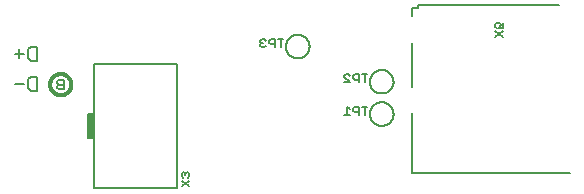
<source format=gbr>
G04 EAGLE Gerber RS-274X export*
G75*
%MOMM*%
%FSLAX34Y34*%
%LPD*%
%INSilkscreen Bottom*%
%IPPOS*%
%AMOC8*
5,1,8,0,0,1.08239X$1,22.5*%
G01*
%ADD10C,0.304800*%
%ADD11C,0.203200*%
%ADD12C,0.127000*%
%ADD13C,0.152400*%

G36*
X78805Y71767D02*
X78805Y71767D01*
X78871Y71769D01*
X78914Y71787D01*
X78961Y71795D01*
X79018Y71829D01*
X79078Y71854D01*
X79113Y71885D01*
X79154Y71910D01*
X79196Y71961D01*
X79244Y72005D01*
X79266Y72047D01*
X79295Y72084D01*
X79316Y72146D01*
X79347Y72205D01*
X79355Y72259D01*
X79367Y72296D01*
X79366Y72336D01*
X79374Y72390D01*
X79374Y92710D01*
X79363Y92775D01*
X79361Y92841D01*
X79343Y92884D01*
X79335Y92931D01*
X79301Y92988D01*
X79276Y93048D01*
X79245Y93083D01*
X79220Y93124D01*
X79169Y93166D01*
X79125Y93214D01*
X79083Y93236D01*
X79046Y93265D01*
X78984Y93286D01*
X78925Y93317D01*
X78871Y93325D01*
X78834Y93337D01*
X78794Y93336D01*
X78740Y93344D01*
X74930Y93344D01*
X74865Y93333D01*
X74799Y93331D01*
X74756Y93313D01*
X74709Y93305D01*
X74652Y93271D01*
X74592Y93246D01*
X74557Y93215D01*
X74516Y93190D01*
X74475Y93139D01*
X74426Y93095D01*
X74404Y93053D01*
X74375Y93016D01*
X74354Y92954D01*
X74323Y92895D01*
X74315Y92841D01*
X74303Y92804D01*
X74303Y92782D01*
X74303Y92780D01*
X74303Y92760D01*
X74296Y92710D01*
X74296Y72390D01*
X74307Y72325D01*
X74309Y72259D01*
X74327Y72216D01*
X74335Y72169D01*
X74369Y72112D01*
X74394Y72052D01*
X74425Y72017D01*
X74450Y71976D01*
X74501Y71935D01*
X74545Y71886D01*
X74587Y71864D01*
X74624Y71835D01*
X74686Y71814D01*
X74745Y71783D01*
X74799Y71775D01*
X74836Y71763D01*
X74876Y71764D01*
X74930Y71756D01*
X78740Y71756D01*
X78805Y71767D01*
G37*
D10*
X41820Y117475D02*
X41823Y117695D01*
X41831Y117916D01*
X41844Y118136D01*
X41863Y118355D01*
X41888Y118574D01*
X41917Y118793D01*
X41952Y119010D01*
X41993Y119227D01*
X42038Y119443D01*
X42089Y119657D01*
X42145Y119870D01*
X42207Y120082D01*
X42273Y120292D01*
X42345Y120500D01*
X42422Y120707D01*
X42504Y120911D01*
X42590Y121114D01*
X42682Y121314D01*
X42779Y121513D01*
X42880Y121708D01*
X42987Y121901D01*
X43098Y122092D01*
X43213Y122279D01*
X43333Y122464D01*
X43458Y122646D01*
X43587Y122824D01*
X43721Y123000D01*
X43858Y123172D01*
X44000Y123340D01*
X44146Y123506D01*
X44296Y123667D01*
X44450Y123825D01*
X44608Y123979D01*
X44769Y124129D01*
X44935Y124275D01*
X45103Y124417D01*
X45275Y124554D01*
X45451Y124688D01*
X45629Y124817D01*
X45811Y124942D01*
X45996Y125062D01*
X46183Y125177D01*
X46374Y125288D01*
X46567Y125395D01*
X46762Y125496D01*
X46961Y125593D01*
X47161Y125685D01*
X47364Y125771D01*
X47568Y125853D01*
X47775Y125930D01*
X47983Y126002D01*
X48193Y126068D01*
X48405Y126130D01*
X48618Y126186D01*
X48832Y126237D01*
X49048Y126282D01*
X49265Y126323D01*
X49482Y126358D01*
X49701Y126387D01*
X49920Y126412D01*
X50139Y126431D01*
X50359Y126444D01*
X50580Y126452D01*
X50800Y126455D01*
X51020Y126452D01*
X51241Y126444D01*
X51461Y126431D01*
X51680Y126412D01*
X51899Y126387D01*
X52118Y126358D01*
X52335Y126323D01*
X52552Y126282D01*
X52768Y126237D01*
X52982Y126186D01*
X53195Y126130D01*
X53407Y126068D01*
X53617Y126002D01*
X53825Y125930D01*
X54032Y125853D01*
X54236Y125771D01*
X54439Y125685D01*
X54639Y125593D01*
X54838Y125496D01*
X55033Y125395D01*
X55226Y125288D01*
X55417Y125177D01*
X55604Y125062D01*
X55789Y124942D01*
X55971Y124817D01*
X56149Y124688D01*
X56325Y124554D01*
X56497Y124417D01*
X56665Y124275D01*
X56831Y124129D01*
X56992Y123979D01*
X57150Y123825D01*
X57304Y123667D01*
X57454Y123506D01*
X57600Y123340D01*
X57742Y123172D01*
X57879Y123000D01*
X58013Y122824D01*
X58142Y122646D01*
X58267Y122464D01*
X58387Y122279D01*
X58502Y122092D01*
X58613Y121901D01*
X58720Y121708D01*
X58821Y121513D01*
X58918Y121314D01*
X59010Y121114D01*
X59096Y120911D01*
X59178Y120707D01*
X59255Y120500D01*
X59327Y120292D01*
X59393Y120082D01*
X59455Y119870D01*
X59511Y119657D01*
X59562Y119443D01*
X59607Y119227D01*
X59648Y119010D01*
X59683Y118793D01*
X59712Y118574D01*
X59737Y118355D01*
X59756Y118136D01*
X59769Y117916D01*
X59777Y117695D01*
X59780Y117475D01*
X59777Y117255D01*
X59769Y117034D01*
X59756Y116814D01*
X59737Y116595D01*
X59712Y116376D01*
X59683Y116157D01*
X59648Y115940D01*
X59607Y115723D01*
X59562Y115507D01*
X59511Y115293D01*
X59455Y115080D01*
X59393Y114868D01*
X59327Y114658D01*
X59255Y114450D01*
X59178Y114243D01*
X59096Y114039D01*
X59010Y113836D01*
X58918Y113636D01*
X58821Y113437D01*
X58720Y113242D01*
X58613Y113049D01*
X58502Y112858D01*
X58387Y112671D01*
X58267Y112486D01*
X58142Y112304D01*
X58013Y112126D01*
X57879Y111950D01*
X57742Y111778D01*
X57600Y111610D01*
X57454Y111444D01*
X57304Y111283D01*
X57150Y111125D01*
X56992Y110971D01*
X56831Y110821D01*
X56665Y110675D01*
X56497Y110533D01*
X56325Y110396D01*
X56149Y110262D01*
X55971Y110133D01*
X55789Y110008D01*
X55604Y109888D01*
X55417Y109773D01*
X55226Y109662D01*
X55033Y109555D01*
X54838Y109454D01*
X54639Y109357D01*
X54439Y109265D01*
X54236Y109179D01*
X54032Y109097D01*
X53825Y109020D01*
X53617Y108948D01*
X53407Y108882D01*
X53195Y108820D01*
X52982Y108764D01*
X52768Y108713D01*
X52552Y108668D01*
X52335Y108627D01*
X52118Y108592D01*
X51899Y108563D01*
X51680Y108538D01*
X51461Y108519D01*
X51241Y108506D01*
X51020Y108498D01*
X50800Y108495D01*
X50580Y108498D01*
X50359Y108506D01*
X50139Y108519D01*
X49920Y108538D01*
X49701Y108563D01*
X49482Y108592D01*
X49265Y108627D01*
X49048Y108668D01*
X48832Y108713D01*
X48618Y108764D01*
X48405Y108820D01*
X48193Y108882D01*
X47983Y108948D01*
X47775Y109020D01*
X47568Y109097D01*
X47364Y109179D01*
X47161Y109265D01*
X46961Y109357D01*
X46762Y109454D01*
X46567Y109555D01*
X46374Y109662D01*
X46183Y109773D01*
X45996Y109888D01*
X45811Y110008D01*
X45629Y110133D01*
X45451Y110262D01*
X45275Y110396D01*
X45103Y110533D01*
X44935Y110675D01*
X44769Y110821D01*
X44608Y110971D01*
X44450Y111125D01*
X44296Y111283D01*
X44146Y111444D01*
X44000Y111610D01*
X43858Y111778D01*
X43721Y111950D01*
X43587Y112126D01*
X43458Y112304D01*
X43333Y112486D01*
X43213Y112671D01*
X43098Y112858D01*
X42987Y113049D01*
X42880Y113242D01*
X42779Y113437D01*
X42682Y113636D01*
X42590Y113836D01*
X42504Y114039D01*
X42422Y114243D01*
X42345Y114450D01*
X42273Y114658D01*
X42207Y114868D01*
X42145Y115080D01*
X42089Y115293D01*
X42038Y115507D01*
X41993Y115723D01*
X41952Y115940D01*
X41917Y116157D01*
X41888Y116376D01*
X41863Y116595D01*
X41844Y116814D01*
X41831Y117034D01*
X41823Y117255D01*
X41820Y117475D01*
D11*
X53340Y113411D02*
X53340Y121546D01*
X49273Y121546D01*
X47917Y120190D01*
X47917Y118834D01*
X49273Y117478D01*
X47917Y116123D01*
X47917Y114767D01*
X49273Y113411D01*
X53340Y113411D01*
X53340Y117478D02*
X49273Y117478D01*
D12*
X31115Y137795D02*
X31115Y149235D01*
X31115Y137795D02*
X25395Y137795D01*
X23489Y139702D01*
X23489Y147328D01*
X25395Y149235D01*
X31115Y149235D01*
X19421Y143515D02*
X11795Y143515D01*
X15608Y147328D02*
X15608Y139702D01*
X31115Y123835D02*
X31115Y112395D01*
X25395Y112395D01*
X23489Y114302D01*
X23489Y121928D01*
X25395Y123835D01*
X31115Y123835D01*
X19421Y118115D02*
X11795Y118115D01*
X348250Y175650D02*
X348250Y182150D01*
X353250Y182150D01*
X353250Y184650D01*
X472750Y184650D01*
X348250Y152650D02*
X348250Y115650D01*
X348250Y93150D02*
X348250Y42650D01*
X481750Y42650D01*
D13*
X425394Y158144D02*
X418784Y162550D01*
X418784Y158144D02*
X425394Y162550D01*
X425394Y165628D02*
X425394Y170034D01*
X425394Y165628D02*
X422089Y165628D01*
X423190Y167831D01*
X423190Y168933D01*
X422089Y170034D01*
X419886Y170034D01*
X418784Y168933D01*
X418784Y166729D01*
X419886Y165628D01*
D11*
X312580Y92710D02*
X312583Y92955D01*
X312592Y93201D01*
X312607Y93446D01*
X312628Y93690D01*
X312655Y93934D01*
X312688Y94177D01*
X312727Y94420D01*
X312772Y94661D01*
X312823Y94901D01*
X312880Y95140D01*
X312942Y95377D01*
X313011Y95613D01*
X313085Y95847D01*
X313165Y96079D01*
X313250Y96309D01*
X313341Y96537D01*
X313438Y96762D01*
X313540Y96986D01*
X313648Y97206D01*
X313761Y97424D01*
X313879Y97639D01*
X314003Y97851D01*
X314131Y98060D01*
X314265Y98266D01*
X314404Y98468D01*
X314548Y98667D01*
X314697Y98862D01*
X314850Y99054D01*
X315008Y99242D01*
X315170Y99426D01*
X315338Y99605D01*
X315509Y99781D01*
X315685Y99952D01*
X315864Y100120D01*
X316048Y100282D01*
X316236Y100440D01*
X316428Y100593D01*
X316623Y100742D01*
X316822Y100886D01*
X317024Y101025D01*
X317230Y101159D01*
X317439Y101287D01*
X317651Y101411D01*
X317866Y101529D01*
X318084Y101642D01*
X318304Y101750D01*
X318528Y101852D01*
X318753Y101949D01*
X318981Y102040D01*
X319211Y102125D01*
X319443Y102205D01*
X319677Y102279D01*
X319913Y102348D01*
X320150Y102410D01*
X320389Y102467D01*
X320629Y102518D01*
X320870Y102563D01*
X321113Y102602D01*
X321356Y102635D01*
X321600Y102662D01*
X321844Y102683D01*
X322089Y102698D01*
X322335Y102707D01*
X322580Y102710D01*
X322825Y102707D01*
X323071Y102698D01*
X323316Y102683D01*
X323560Y102662D01*
X323804Y102635D01*
X324047Y102602D01*
X324290Y102563D01*
X324531Y102518D01*
X324771Y102467D01*
X325010Y102410D01*
X325247Y102348D01*
X325483Y102279D01*
X325717Y102205D01*
X325949Y102125D01*
X326179Y102040D01*
X326407Y101949D01*
X326632Y101852D01*
X326856Y101750D01*
X327076Y101642D01*
X327294Y101529D01*
X327509Y101411D01*
X327721Y101287D01*
X327930Y101159D01*
X328136Y101025D01*
X328338Y100886D01*
X328537Y100742D01*
X328732Y100593D01*
X328924Y100440D01*
X329112Y100282D01*
X329296Y100120D01*
X329475Y99952D01*
X329651Y99781D01*
X329822Y99605D01*
X329990Y99426D01*
X330152Y99242D01*
X330310Y99054D01*
X330463Y98862D01*
X330612Y98667D01*
X330756Y98468D01*
X330895Y98266D01*
X331029Y98060D01*
X331157Y97851D01*
X331281Y97639D01*
X331399Y97424D01*
X331512Y97206D01*
X331620Y96986D01*
X331722Y96762D01*
X331819Y96537D01*
X331910Y96309D01*
X331995Y96079D01*
X332075Y95847D01*
X332149Y95613D01*
X332218Y95377D01*
X332280Y95140D01*
X332337Y94901D01*
X332388Y94661D01*
X332433Y94420D01*
X332472Y94177D01*
X332505Y93934D01*
X332532Y93690D01*
X332553Y93446D01*
X332568Y93201D01*
X332577Y92955D01*
X332580Y92710D01*
X332577Y92465D01*
X332568Y92219D01*
X332553Y91974D01*
X332532Y91730D01*
X332505Y91486D01*
X332472Y91243D01*
X332433Y91000D01*
X332388Y90759D01*
X332337Y90519D01*
X332280Y90280D01*
X332218Y90043D01*
X332149Y89807D01*
X332075Y89573D01*
X331995Y89341D01*
X331910Y89111D01*
X331819Y88883D01*
X331722Y88658D01*
X331620Y88434D01*
X331512Y88214D01*
X331399Y87996D01*
X331281Y87781D01*
X331157Y87569D01*
X331029Y87360D01*
X330895Y87154D01*
X330756Y86952D01*
X330612Y86753D01*
X330463Y86558D01*
X330310Y86366D01*
X330152Y86178D01*
X329990Y85994D01*
X329822Y85815D01*
X329651Y85639D01*
X329475Y85468D01*
X329296Y85300D01*
X329112Y85138D01*
X328924Y84980D01*
X328732Y84827D01*
X328537Y84678D01*
X328338Y84534D01*
X328136Y84395D01*
X327930Y84261D01*
X327721Y84133D01*
X327509Y84009D01*
X327294Y83891D01*
X327076Y83778D01*
X326856Y83670D01*
X326632Y83568D01*
X326407Y83471D01*
X326179Y83380D01*
X325949Y83295D01*
X325717Y83215D01*
X325483Y83141D01*
X325247Y83072D01*
X325010Y83010D01*
X324771Y82953D01*
X324531Y82902D01*
X324290Y82857D01*
X324047Y82818D01*
X323804Y82785D01*
X323560Y82758D01*
X323316Y82737D01*
X323071Y82722D01*
X322825Y82713D01*
X322580Y82710D01*
X322335Y82713D01*
X322089Y82722D01*
X321844Y82737D01*
X321600Y82758D01*
X321356Y82785D01*
X321113Y82818D01*
X320870Y82857D01*
X320629Y82902D01*
X320389Y82953D01*
X320150Y83010D01*
X319913Y83072D01*
X319677Y83141D01*
X319443Y83215D01*
X319211Y83295D01*
X318981Y83380D01*
X318753Y83471D01*
X318528Y83568D01*
X318304Y83670D01*
X318084Y83778D01*
X317866Y83891D01*
X317651Y84009D01*
X317439Y84133D01*
X317230Y84261D01*
X317024Y84395D01*
X316822Y84534D01*
X316623Y84678D01*
X316428Y84827D01*
X316236Y84980D01*
X316048Y85138D01*
X315864Y85300D01*
X315685Y85468D01*
X315509Y85639D01*
X315338Y85815D01*
X315170Y85994D01*
X315008Y86178D01*
X314850Y86366D01*
X314697Y86558D01*
X314548Y86753D01*
X314404Y86952D01*
X314265Y87154D01*
X314131Y87360D01*
X314003Y87569D01*
X313879Y87781D01*
X313761Y87996D01*
X313648Y88214D01*
X313540Y88434D01*
X313438Y88658D01*
X313341Y88883D01*
X313250Y89111D01*
X313165Y89341D01*
X313085Y89573D01*
X313011Y89807D01*
X312942Y90043D01*
X312880Y90280D01*
X312823Y90519D01*
X312772Y90759D01*
X312727Y91000D01*
X312688Y91243D01*
X312655Y91486D01*
X312628Y91730D01*
X312607Y91974D01*
X312592Y92219D01*
X312583Y92465D01*
X312580Y92710D01*
D13*
X308185Y92202D02*
X308185Y98812D01*
X310388Y98812D02*
X305982Y98812D01*
X302904Y98812D02*
X302904Y92202D01*
X302904Y98812D02*
X299599Y98812D01*
X298497Y97710D01*
X298497Y95507D01*
X299599Y94405D01*
X302904Y94405D01*
X295420Y96608D02*
X293217Y98812D01*
X293217Y92202D01*
X295420Y92202D02*
X291013Y92202D01*
D11*
X312580Y120015D02*
X312583Y120260D01*
X312592Y120506D01*
X312607Y120751D01*
X312628Y120995D01*
X312655Y121239D01*
X312688Y121482D01*
X312727Y121725D01*
X312772Y121966D01*
X312823Y122206D01*
X312880Y122445D01*
X312942Y122682D01*
X313011Y122918D01*
X313085Y123152D01*
X313165Y123384D01*
X313250Y123614D01*
X313341Y123842D01*
X313438Y124067D01*
X313540Y124291D01*
X313648Y124511D01*
X313761Y124729D01*
X313879Y124944D01*
X314003Y125156D01*
X314131Y125365D01*
X314265Y125571D01*
X314404Y125773D01*
X314548Y125972D01*
X314697Y126167D01*
X314850Y126359D01*
X315008Y126547D01*
X315170Y126731D01*
X315338Y126910D01*
X315509Y127086D01*
X315685Y127257D01*
X315864Y127425D01*
X316048Y127587D01*
X316236Y127745D01*
X316428Y127898D01*
X316623Y128047D01*
X316822Y128191D01*
X317024Y128330D01*
X317230Y128464D01*
X317439Y128592D01*
X317651Y128716D01*
X317866Y128834D01*
X318084Y128947D01*
X318304Y129055D01*
X318528Y129157D01*
X318753Y129254D01*
X318981Y129345D01*
X319211Y129430D01*
X319443Y129510D01*
X319677Y129584D01*
X319913Y129653D01*
X320150Y129715D01*
X320389Y129772D01*
X320629Y129823D01*
X320870Y129868D01*
X321113Y129907D01*
X321356Y129940D01*
X321600Y129967D01*
X321844Y129988D01*
X322089Y130003D01*
X322335Y130012D01*
X322580Y130015D01*
X322825Y130012D01*
X323071Y130003D01*
X323316Y129988D01*
X323560Y129967D01*
X323804Y129940D01*
X324047Y129907D01*
X324290Y129868D01*
X324531Y129823D01*
X324771Y129772D01*
X325010Y129715D01*
X325247Y129653D01*
X325483Y129584D01*
X325717Y129510D01*
X325949Y129430D01*
X326179Y129345D01*
X326407Y129254D01*
X326632Y129157D01*
X326856Y129055D01*
X327076Y128947D01*
X327294Y128834D01*
X327509Y128716D01*
X327721Y128592D01*
X327930Y128464D01*
X328136Y128330D01*
X328338Y128191D01*
X328537Y128047D01*
X328732Y127898D01*
X328924Y127745D01*
X329112Y127587D01*
X329296Y127425D01*
X329475Y127257D01*
X329651Y127086D01*
X329822Y126910D01*
X329990Y126731D01*
X330152Y126547D01*
X330310Y126359D01*
X330463Y126167D01*
X330612Y125972D01*
X330756Y125773D01*
X330895Y125571D01*
X331029Y125365D01*
X331157Y125156D01*
X331281Y124944D01*
X331399Y124729D01*
X331512Y124511D01*
X331620Y124291D01*
X331722Y124067D01*
X331819Y123842D01*
X331910Y123614D01*
X331995Y123384D01*
X332075Y123152D01*
X332149Y122918D01*
X332218Y122682D01*
X332280Y122445D01*
X332337Y122206D01*
X332388Y121966D01*
X332433Y121725D01*
X332472Y121482D01*
X332505Y121239D01*
X332532Y120995D01*
X332553Y120751D01*
X332568Y120506D01*
X332577Y120260D01*
X332580Y120015D01*
X332577Y119770D01*
X332568Y119524D01*
X332553Y119279D01*
X332532Y119035D01*
X332505Y118791D01*
X332472Y118548D01*
X332433Y118305D01*
X332388Y118064D01*
X332337Y117824D01*
X332280Y117585D01*
X332218Y117348D01*
X332149Y117112D01*
X332075Y116878D01*
X331995Y116646D01*
X331910Y116416D01*
X331819Y116188D01*
X331722Y115963D01*
X331620Y115739D01*
X331512Y115519D01*
X331399Y115301D01*
X331281Y115086D01*
X331157Y114874D01*
X331029Y114665D01*
X330895Y114459D01*
X330756Y114257D01*
X330612Y114058D01*
X330463Y113863D01*
X330310Y113671D01*
X330152Y113483D01*
X329990Y113299D01*
X329822Y113120D01*
X329651Y112944D01*
X329475Y112773D01*
X329296Y112605D01*
X329112Y112443D01*
X328924Y112285D01*
X328732Y112132D01*
X328537Y111983D01*
X328338Y111839D01*
X328136Y111700D01*
X327930Y111566D01*
X327721Y111438D01*
X327509Y111314D01*
X327294Y111196D01*
X327076Y111083D01*
X326856Y110975D01*
X326632Y110873D01*
X326407Y110776D01*
X326179Y110685D01*
X325949Y110600D01*
X325717Y110520D01*
X325483Y110446D01*
X325247Y110377D01*
X325010Y110315D01*
X324771Y110258D01*
X324531Y110207D01*
X324290Y110162D01*
X324047Y110123D01*
X323804Y110090D01*
X323560Y110063D01*
X323316Y110042D01*
X323071Y110027D01*
X322825Y110018D01*
X322580Y110015D01*
X322335Y110018D01*
X322089Y110027D01*
X321844Y110042D01*
X321600Y110063D01*
X321356Y110090D01*
X321113Y110123D01*
X320870Y110162D01*
X320629Y110207D01*
X320389Y110258D01*
X320150Y110315D01*
X319913Y110377D01*
X319677Y110446D01*
X319443Y110520D01*
X319211Y110600D01*
X318981Y110685D01*
X318753Y110776D01*
X318528Y110873D01*
X318304Y110975D01*
X318084Y111083D01*
X317866Y111196D01*
X317651Y111314D01*
X317439Y111438D01*
X317230Y111566D01*
X317024Y111700D01*
X316822Y111839D01*
X316623Y111983D01*
X316428Y112132D01*
X316236Y112285D01*
X316048Y112443D01*
X315864Y112605D01*
X315685Y112773D01*
X315509Y112944D01*
X315338Y113120D01*
X315170Y113299D01*
X315008Y113483D01*
X314850Y113671D01*
X314697Y113863D01*
X314548Y114058D01*
X314404Y114257D01*
X314265Y114459D01*
X314131Y114665D01*
X314003Y114874D01*
X313879Y115086D01*
X313761Y115301D01*
X313648Y115519D01*
X313540Y115739D01*
X313438Y115963D01*
X313341Y116188D01*
X313250Y116416D01*
X313165Y116646D01*
X313085Y116878D01*
X313011Y117112D01*
X312942Y117348D01*
X312880Y117585D01*
X312823Y117824D01*
X312772Y118064D01*
X312727Y118305D01*
X312688Y118548D01*
X312655Y118791D01*
X312628Y119035D01*
X312607Y119279D01*
X312592Y119524D01*
X312583Y119770D01*
X312580Y120015D01*
D13*
X308185Y119507D02*
X308185Y126117D01*
X310388Y126117D02*
X305982Y126117D01*
X302904Y126117D02*
X302904Y119507D01*
X302904Y126117D02*
X299599Y126117D01*
X298497Y125015D01*
X298497Y122812D01*
X299599Y121710D01*
X302904Y121710D01*
X295420Y119507D02*
X291013Y119507D01*
X291013Y123913D02*
X295420Y119507D01*
X291013Y123913D02*
X291013Y125015D01*
X292115Y126117D01*
X294318Y126117D01*
X295420Y125015D01*
D11*
X149300Y135250D02*
X149300Y29850D01*
X149300Y135250D02*
X79300Y135250D01*
X79300Y92550D01*
X79300Y72550D01*
X79300Y29850D01*
X149300Y29850D01*
X79300Y72550D02*
X74300Y72550D01*
X74300Y92550D01*
X79300Y92550D01*
D13*
X153122Y35728D02*
X159732Y31322D01*
X159732Y35728D02*
X153122Y31322D01*
X158630Y38806D02*
X159732Y39908D01*
X159732Y42111D01*
X158630Y43213D01*
X157528Y43213D01*
X156427Y42111D01*
X156427Y41009D01*
X156427Y42111D02*
X155325Y43213D01*
X154224Y43213D01*
X153122Y42111D01*
X153122Y39908D01*
X154224Y38806D01*
D11*
X241460Y149860D02*
X241463Y150105D01*
X241472Y150351D01*
X241487Y150596D01*
X241508Y150840D01*
X241535Y151084D01*
X241568Y151327D01*
X241607Y151570D01*
X241652Y151811D01*
X241703Y152051D01*
X241760Y152290D01*
X241822Y152527D01*
X241891Y152763D01*
X241965Y152997D01*
X242045Y153229D01*
X242130Y153459D01*
X242221Y153687D01*
X242318Y153912D01*
X242420Y154136D01*
X242528Y154356D01*
X242641Y154574D01*
X242759Y154789D01*
X242883Y155001D01*
X243011Y155210D01*
X243145Y155416D01*
X243284Y155618D01*
X243428Y155817D01*
X243577Y156012D01*
X243730Y156204D01*
X243888Y156392D01*
X244050Y156576D01*
X244218Y156755D01*
X244389Y156931D01*
X244565Y157102D01*
X244744Y157270D01*
X244928Y157432D01*
X245116Y157590D01*
X245308Y157743D01*
X245503Y157892D01*
X245702Y158036D01*
X245904Y158175D01*
X246110Y158309D01*
X246319Y158437D01*
X246531Y158561D01*
X246746Y158679D01*
X246964Y158792D01*
X247184Y158900D01*
X247408Y159002D01*
X247633Y159099D01*
X247861Y159190D01*
X248091Y159275D01*
X248323Y159355D01*
X248557Y159429D01*
X248793Y159498D01*
X249030Y159560D01*
X249269Y159617D01*
X249509Y159668D01*
X249750Y159713D01*
X249993Y159752D01*
X250236Y159785D01*
X250480Y159812D01*
X250724Y159833D01*
X250969Y159848D01*
X251215Y159857D01*
X251460Y159860D01*
X251705Y159857D01*
X251951Y159848D01*
X252196Y159833D01*
X252440Y159812D01*
X252684Y159785D01*
X252927Y159752D01*
X253170Y159713D01*
X253411Y159668D01*
X253651Y159617D01*
X253890Y159560D01*
X254127Y159498D01*
X254363Y159429D01*
X254597Y159355D01*
X254829Y159275D01*
X255059Y159190D01*
X255287Y159099D01*
X255512Y159002D01*
X255736Y158900D01*
X255956Y158792D01*
X256174Y158679D01*
X256389Y158561D01*
X256601Y158437D01*
X256810Y158309D01*
X257016Y158175D01*
X257218Y158036D01*
X257417Y157892D01*
X257612Y157743D01*
X257804Y157590D01*
X257992Y157432D01*
X258176Y157270D01*
X258355Y157102D01*
X258531Y156931D01*
X258702Y156755D01*
X258870Y156576D01*
X259032Y156392D01*
X259190Y156204D01*
X259343Y156012D01*
X259492Y155817D01*
X259636Y155618D01*
X259775Y155416D01*
X259909Y155210D01*
X260037Y155001D01*
X260161Y154789D01*
X260279Y154574D01*
X260392Y154356D01*
X260500Y154136D01*
X260602Y153912D01*
X260699Y153687D01*
X260790Y153459D01*
X260875Y153229D01*
X260955Y152997D01*
X261029Y152763D01*
X261098Y152527D01*
X261160Y152290D01*
X261217Y152051D01*
X261268Y151811D01*
X261313Y151570D01*
X261352Y151327D01*
X261385Y151084D01*
X261412Y150840D01*
X261433Y150596D01*
X261448Y150351D01*
X261457Y150105D01*
X261460Y149860D01*
X261457Y149615D01*
X261448Y149369D01*
X261433Y149124D01*
X261412Y148880D01*
X261385Y148636D01*
X261352Y148393D01*
X261313Y148150D01*
X261268Y147909D01*
X261217Y147669D01*
X261160Y147430D01*
X261098Y147193D01*
X261029Y146957D01*
X260955Y146723D01*
X260875Y146491D01*
X260790Y146261D01*
X260699Y146033D01*
X260602Y145808D01*
X260500Y145584D01*
X260392Y145364D01*
X260279Y145146D01*
X260161Y144931D01*
X260037Y144719D01*
X259909Y144510D01*
X259775Y144304D01*
X259636Y144102D01*
X259492Y143903D01*
X259343Y143708D01*
X259190Y143516D01*
X259032Y143328D01*
X258870Y143144D01*
X258702Y142965D01*
X258531Y142789D01*
X258355Y142618D01*
X258176Y142450D01*
X257992Y142288D01*
X257804Y142130D01*
X257612Y141977D01*
X257417Y141828D01*
X257218Y141684D01*
X257016Y141545D01*
X256810Y141411D01*
X256601Y141283D01*
X256389Y141159D01*
X256174Y141041D01*
X255956Y140928D01*
X255736Y140820D01*
X255512Y140718D01*
X255287Y140621D01*
X255059Y140530D01*
X254829Y140445D01*
X254597Y140365D01*
X254363Y140291D01*
X254127Y140222D01*
X253890Y140160D01*
X253651Y140103D01*
X253411Y140052D01*
X253170Y140007D01*
X252927Y139968D01*
X252684Y139935D01*
X252440Y139908D01*
X252196Y139887D01*
X251951Y139872D01*
X251705Y139863D01*
X251460Y139860D01*
X251215Y139863D01*
X250969Y139872D01*
X250724Y139887D01*
X250480Y139908D01*
X250236Y139935D01*
X249993Y139968D01*
X249750Y140007D01*
X249509Y140052D01*
X249269Y140103D01*
X249030Y140160D01*
X248793Y140222D01*
X248557Y140291D01*
X248323Y140365D01*
X248091Y140445D01*
X247861Y140530D01*
X247633Y140621D01*
X247408Y140718D01*
X247184Y140820D01*
X246964Y140928D01*
X246746Y141041D01*
X246531Y141159D01*
X246319Y141283D01*
X246110Y141411D01*
X245904Y141545D01*
X245702Y141684D01*
X245503Y141828D01*
X245308Y141977D01*
X245116Y142130D01*
X244928Y142288D01*
X244744Y142450D01*
X244565Y142618D01*
X244389Y142789D01*
X244218Y142965D01*
X244050Y143144D01*
X243888Y143328D01*
X243730Y143516D01*
X243577Y143708D01*
X243428Y143903D01*
X243284Y144102D01*
X243145Y144304D01*
X243011Y144510D01*
X242883Y144719D01*
X242759Y144931D01*
X242641Y145146D01*
X242528Y145364D01*
X242420Y145584D01*
X242318Y145808D01*
X242221Y146033D01*
X242130Y146261D01*
X242045Y146491D01*
X241965Y146723D01*
X241891Y146957D01*
X241822Y147193D01*
X241760Y147430D01*
X241703Y147669D01*
X241652Y147909D01*
X241607Y148150D01*
X241568Y148393D01*
X241535Y148636D01*
X241508Y148880D01*
X241487Y149124D01*
X241472Y149369D01*
X241463Y149615D01*
X241460Y149860D01*
D13*
X237065Y149352D02*
X237065Y155962D01*
X239268Y155962D02*
X234862Y155962D01*
X231784Y155962D02*
X231784Y149352D01*
X231784Y155962D02*
X228479Y155962D01*
X227377Y154860D01*
X227377Y152657D01*
X228479Y151555D01*
X231784Y151555D01*
X224300Y154860D02*
X223198Y155962D01*
X220995Y155962D01*
X219893Y154860D01*
X219893Y153758D01*
X220995Y152657D01*
X222097Y152657D01*
X220995Y152657D02*
X219893Y151555D01*
X219893Y150454D01*
X220995Y149352D01*
X223198Y149352D01*
X224300Y150454D01*
M02*

</source>
